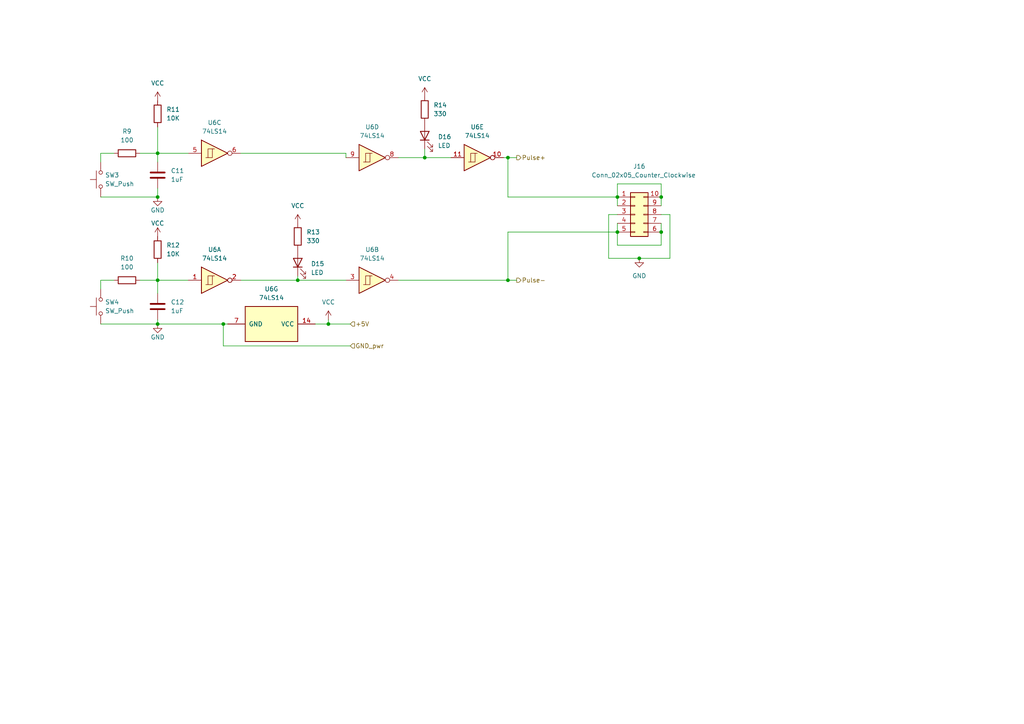
<source format=kicad_sch>
(kicad_sch (version 20211123) (generator eeschema)

  (uuid 50505726-f649-4df4-bacf-16b213891254)

  (paper "A4")

  (lib_symbols
    (symbol "74xx:74LS14" (pin_names (offset 1.016)) (in_bom yes) (on_board yes)
      (property "Reference" "U" (id 0) (at 0 1.27 0)
        (effects (font (size 1.27 1.27)))
      )
      (property "Value" "74LS14" (id 1) (at 0 -1.27 0)
        (effects (font (size 1.27 1.27)))
      )
      (property "Footprint" "" (id 2) (at 0 0 0)
        (effects (font (size 1.27 1.27)) hide)
      )
      (property "Datasheet" "http://www.ti.com/lit/gpn/sn74LS14" (id 3) (at 0 0 0)
        (effects (font (size 1.27 1.27)) hide)
      )
      (property "ki_locked" "" (id 4) (at 0 0 0)
        (effects (font (size 1.27 1.27)))
      )
      (property "ki_keywords" "TTL not inverter" (id 5) (at 0 0 0)
        (effects (font (size 1.27 1.27)) hide)
      )
      (property "ki_description" "Hex inverter schmitt trigger" (id 6) (at 0 0 0)
        (effects (font (size 1.27 1.27)) hide)
      )
      (property "ki_fp_filters" "DIP*W7.62mm*" (id 7) (at 0 0 0)
        (effects (font (size 1.27 1.27)) hide)
      )
      (symbol "74LS14_1_0"
        (polyline
          (pts
            (xy -3.81 3.81)
            (xy -3.81 -3.81)
            (xy 3.81 0)
            (xy -3.81 3.81)
          )
          (stroke (width 0.254) (type default) (color 0 0 0 0))
          (fill (type background))
        )
        (pin input line (at -7.62 0 0) (length 3.81)
          (name "~" (effects (font (size 1.27 1.27))))
          (number "1" (effects (font (size 1.27 1.27))))
        )
        (pin output inverted (at 7.62 0 180) (length 3.81)
          (name "~" (effects (font (size 1.27 1.27))))
          (number "2" (effects (font (size 1.27 1.27))))
        )
      )
      (symbol "74LS14_1_1"
        (polyline
          (pts
            (xy -1.905 -1.27)
            (xy -1.905 1.27)
            (xy -0.635 1.27)
          )
          (stroke (width 0) (type default) (color 0 0 0 0))
          (fill (type none))
        )
        (polyline
          (pts
            (xy -2.54 -1.27)
            (xy -0.635 -1.27)
            (xy -0.635 1.27)
            (xy 0 1.27)
          )
          (stroke (width 0) (type default) (color 0 0 0 0))
          (fill (type none))
        )
      )
      (symbol "74LS14_2_0"
        (polyline
          (pts
            (xy -3.81 3.81)
            (xy -3.81 -3.81)
            (xy 3.81 0)
            (xy -3.81 3.81)
          )
          (stroke (width 0.254) (type default) (color 0 0 0 0))
          (fill (type background))
        )
        (pin input line (at -7.62 0 0) (length 3.81)
          (name "~" (effects (font (size 1.27 1.27))))
          (number "3" (effects (font (size 1.27 1.27))))
        )
        (pin output inverted (at 7.62 0 180) (length 3.81)
          (name "~" (effects (font (size 1.27 1.27))))
          (number "4" (effects (font (size 1.27 1.27))))
        )
      )
      (symbol "74LS14_2_1"
        (polyline
          (pts
            (xy -1.905 -1.27)
            (xy -1.905 1.27)
            (xy -0.635 1.27)
          )
          (stroke (width 0) (type default) (color 0 0 0 0))
          (fill (type none))
        )
        (polyline
          (pts
            (xy -2.54 -1.27)
            (xy -0.635 -1.27)
            (xy -0.635 1.27)
            (xy 0 1.27)
          )
          (stroke (width 0) (type default) (color 0 0 0 0))
          (fill (type none))
        )
      )
      (symbol "74LS14_3_0"
        (polyline
          (pts
            (xy -3.81 3.81)
            (xy -3.81 -3.81)
            (xy 3.81 0)
            (xy -3.81 3.81)
          )
          (stroke (width 0.254) (type default) (color 0 0 0 0))
          (fill (type background))
        )
        (pin input line (at -7.62 0 0) (length 3.81)
          (name "~" (effects (font (size 1.27 1.27))))
          (number "5" (effects (font (size 1.27 1.27))))
        )
        (pin output inverted (at 7.62 0 180) (length 3.81)
          (name "~" (effects (font (size 1.27 1.27))))
          (number "6" (effects (font (size 1.27 1.27))))
        )
      )
      (symbol "74LS14_3_1"
        (polyline
          (pts
            (xy -1.905 -1.27)
            (xy -1.905 1.27)
            (xy -0.635 1.27)
          )
          (stroke (width 0) (type default) (color 0 0 0 0))
          (fill (type none))
        )
        (polyline
          (pts
            (xy -2.54 -1.27)
            (xy -0.635 -1.27)
            (xy -0.635 1.27)
            (xy 0 1.27)
          )
          (stroke (width 0) (type default) (color 0 0 0 0))
          (fill (type none))
        )
      )
      (symbol "74LS14_4_0"
        (polyline
          (pts
            (xy -3.81 3.81)
            (xy -3.81 -3.81)
            (xy 3.81 0)
            (xy -3.81 3.81)
          )
          (stroke (width 0.254) (type default) (color 0 0 0 0))
          (fill (type background))
        )
        (pin output inverted (at 7.62 0 180) (length 3.81)
          (name "~" (effects (font (size 1.27 1.27))))
          (number "8" (effects (font (size 1.27 1.27))))
        )
        (pin input line (at -7.62 0 0) (length 3.81)
          (name "~" (effects (font (size 1.27 1.27))))
          (number "9" (effects (font (size 1.27 1.27))))
        )
      )
      (symbol "74LS14_4_1"
        (polyline
          (pts
            (xy -1.905 -1.27)
            (xy -1.905 1.27)
            (xy -0.635 1.27)
          )
          (stroke (width 0) (type default) (color 0 0 0 0))
          (fill (type none))
        )
        (polyline
          (pts
            (xy -2.54 -1.27)
            (xy -0.635 -1.27)
            (xy -0.635 1.27)
            (xy 0 1.27)
          )
          (stroke (width 0) (type default) (color 0 0 0 0))
          (fill (type none))
        )
      )
      (symbol "74LS14_5_0"
        (polyline
          (pts
            (xy -3.81 3.81)
            (xy -3.81 -3.81)
            (xy 3.81 0)
            (xy -3.81 3.81)
          )
          (stroke (width 0.254) (type default) (color 0 0 0 0))
          (fill (type background))
        )
        (pin output inverted (at 7.62 0 180) (length 3.81)
          (name "~" (effects (font (size 1.27 1.27))))
          (number "10" (effects (font (size 1.27 1.27))))
        )
        (pin input line (at -7.62 0 0) (length 3.81)
          (name "~" (effects (font (size 1.27 1.27))))
          (number "11" (effects (font (size 1.27 1.27))))
        )
      )
      (symbol "74LS14_5_1"
        (polyline
          (pts
            (xy -1.905 -1.27)
            (xy -1.905 1.27)
            (xy -0.635 1.27)
          )
          (stroke (width 0) (type default) (color 0 0 0 0))
          (fill (type none))
        )
        (polyline
          (pts
            (xy -2.54 -1.27)
            (xy -0.635 -1.27)
            (xy -0.635 1.27)
            (xy 0 1.27)
          )
          (stroke (width 0) (type default) (color 0 0 0 0))
          (fill (type none))
        )
      )
      (symbol "74LS14_6_0"
        (polyline
          (pts
            (xy -3.81 3.81)
            (xy -3.81 -3.81)
            (xy 3.81 0)
            (xy -3.81 3.81)
          )
          (stroke (width 0.254) (type default) (color 0 0 0 0))
          (fill (type background))
        )
        (pin output inverted (at 7.62 0 180) (length 3.81)
          (name "~" (effects (font (size 1.27 1.27))))
          (number "12" (effects (font (size 1.27 1.27))))
        )
        (pin input line (at -7.62 0 0) (length 3.81)
          (name "~" (effects (font (size 1.27 1.27))))
          (number "13" (effects (font (size 1.27 1.27))))
        )
      )
      (symbol "74LS14_6_1"
        (polyline
          (pts
            (xy -1.905 -1.27)
            (xy -1.905 1.27)
            (xy -0.635 1.27)
          )
          (stroke (width 0) (type default) (color 0 0 0 0))
          (fill (type none))
        )
        (polyline
          (pts
            (xy -2.54 -1.27)
            (xy -0.635 -1.27)
            (xy -0.635 1.27)
            (xy 0 1.27)
          )
          (stroke (width 0) (type default) (color 0 0 0 0))
          (fill (type none))
        )
      )
      (symbol "74LS14_7_0"
        (pin power_in line (at 0 12.7 270) (length 5.08)
          (name "VCC" (effects (font (size 1.27 1.27))))
          (number "14" (effects (font (size 1.27 1.27))))
        )
        (pin power_in line (at 0 -12.7 90) (length 5.08)
          (name "GND" (effects (font (size 1.27 1.27))))
          (number "7" (effects (font (size 1.27 1.27))))
        )
      )
      (symbol "74LS14_7_1"
        (rectangle (start -5.08 7.62) (end 5.08 -7.62)
          (stroke (width 0.254) (type default) (color 0 0 0 0))
          (fill (type background))
        )
      )
    )
    (symbol "Connector_Generic:Conn_02x05_Counter_Clockwise" (pin_names (offset 1.016) hide) (in_bom yes) (on_board yes)
      (property "Reference" "J" (id 0) (at 1.27 7.62 0)
        (effects (font (size 1.27 1.27)))
      )
      (property "Value" "Conn_02x05_Counter_Clockwise" (id 1) (at 1.27 -7.62 0)
        (effects (font (size 1.27 1.27)))
      )
      (property "Footprint" "" (id 2) (at 0 0 0)
        (effects (font (size 1.27 1.27)) hide)
      )
      (property "Datasheet" "~" (id 3) (at 0 0 0)
        (effects (font (size 1.27 1.27)) hide)
      )
      (property "ki_keywords" "connector" (id 4) (at 0 0 0)
        (effects (font (size 1.27 1.27)) hide)
      )
      (property "ki_description" "Generic connector, double row, 02x05, counter clockwise pin numbering scheme (similar to DIP package numbering), script generated (kicad-library-utils/schlib/autogen/connector/)" (id 5) (at 0 0 0)
        (effects (font (size 1.27 1.27)) hide)
      )
      (property "ki_fp_filters" "Connector*:*_2x??_*" (id 6) (at 0 0 0)
        (effects (font (size 1.27 1.27)) hide)
      )
      (symbol "Conn_02x05_Counter_Clockwise_1_1"
        (rectangle (start -1.27 -4.953) (end 0 -5.207)
          (stroke (width 0.1524) (type default) (color 0 0 0 0))
          (fill (type none))
        )
        (rectangle (start -1.27 -2.413) (end 0 -2.667)
          (stroke (width 0.1524) (type default) (color 0 0 0 0))
          (fill (type none))
        )
        (rectangle (start -1.27 0.127) (end 0 -0.127)
          (stroke (width 0.1524) (type default) (color 0 0 0 0))
          (fill (type none))
        )
        (rectangle (start -1.27 2.667) (end 0 2.413)
          (stroke (width 0.1524) (type default) (color 0 0 0 0))
          (fill (type none))
        )
        (rectangle (start -1.27 5.207) (end 0 4.953)
          (stroke (width 0.1524) (type default) (color 0 0 0 0))
          (fill (type none))
        )
        (rectangle (start -1.27 6.35) (end 3.81 -6.35)
          (stroke (width 0.254) (type default) (color 0 0 0 0))
          (fill (type background))
        )
        (rectangle (start 3.81 -4.953) (end 2.54 -5.207)
          (stroke (width 0.1524) (type default) (color 0 0 0 0))
          (fill (type none))
        )
        (rectangle (start 3.81 -2.413) (end 2.54 -2.667)
          (stroke (width 0.1524) (type default) (color 0 0 0 0))
          (fill (type none))
        )
        (rectangle (start 3.81 0.127) (end 2.54 -0.127)
          (stroke (width 0.1524) (type default) (color 0 0 0 0))
          (fill (type none))
        )
        (rectangle (start 3.81 2.667) (end 2.54 2.413)
          (stroke (width 0.1524) (type default) (color 0 0 0 0))
          (fill (type none))
        )
        (rectangle (start 3.81 5.207) (end 2.54 4.953)
          (stroke (width 0.1524) (type default) (color 0 0 0 0))
          (fill (type none))
        )
        (pin passive line (at -5.08 5.08 0) (length 3.81)
          (name "Pin_1" (effects (font (size 1.27 1.27))))
          (number "1" (effects (font (size 1.27 1.27))))
        )
        (pin passive line (at 7.62 5.08 180) (length 3.81)
          (name "Pin_10" (effects (font (size 1.27 1.27))))
          (number "10" (effects (font (size 1.27 1.27))))
        )
        (pin passive line (at -5.08 2.54 0) (length 3.81)
          (name "Pin_2" (effects (font (size 1.27 1.27))))
          (number "2" (effects (font (size 1.27 1.27))))
        )
        (pin passive line (at -5.08 0 0) (length 3.81)
          (name "Pin_3" (effects (font (size 1.27 1.27))))
          (number "3" (effects (font (size 1.27 1.27))))
        )
        (pin passive line (at -5.08 -2.54 0) (length 3.81)
          (name "Pin_4" (effects (font (size 1.27 1.27))))
          (number "4" (effects (font (size 1.27 1.27))))
        )
        (pin passive line (at -5.08 -5.08 0) (length 3.81)
          (name "Pin_5" (effects (font (size 1.27 1.27))))
          (number "5" (effects (font (size 1.27 1.27))))
        )
        (pin passive line (at 7.62 -5.08 180) (length 3.81)
          (name "Pin_6" (effects (font (size 1.27 1.27))))
          (number "6" (effects (font (size 1.27 1.27))))
        )
        (pin passive line (at 7.62 -2.54 180) (length 3.81)
          (name "Pin_7" (effects (font (size 1.27 1.27))))
          (number "7" (effects (font (size 1.27 1.27))))
        )
        (pin passive line (at 7.62 0 180) (length 3.81)
          (name "Pin_8" (effects (font (size 1.27 1.27))))
          (number "8" (effects (font (size 1.27 1.27))))
        )
        (pin passive line (at 7.62 2.54 180) (length 3.81)
          (name "Pin_9" (effects (font (size 1.27 1.27))))
          (number "9" (effects (font (size 1.27 1.27))))
        )
      )
    )
    (symbol "Device:C" (pin_numbers hide) (pin_names (offset 0.254)) (in_bom yes) (on_board yes)
      (property "Reference" "C" (id 0) (at 0.635 2.54 0)
        (effects (font (size 1.27 1.27)) (justify left))
      )
      (property "Value" "C" (id 1) (at 0.635 -2.54 0)
        (effects (font (size 1.27 1.27)) (justify left))
      )
      (property "Footprint" "" (id 2) (at 0.9652 -3.81 0)
        (effects (font (size 1.27 1.27)) hide)
      )
      (property "Datasheet" "~" (id 3) (at 0 0 0)
        (effects (font (size 1.27 1.27)) hide)
      )
      (property "ki_keywords" "cap capacitor" (id 4) (at 0 0 0)
        (effects (font (size 1.27 1.27)) hide)
      )
      (property "ki_description" "Unpolarized capacitor" (id 5) (at 0 0 0)
        (effects (font (size 1.27 1.27)) hide)
      )
      (property "ki_fp_filters" "C_*" (id 6) (at 0 0 0)
        (effects (font (size 1.27 1.27)) hide)
      )
      (symbol "C_0_1"
        (polyline
          (pts
            (xy -2.032 -0.762)
            (xy 2.032 -0.762)
          )
          (stroke (width 0.508) (type default) (color 0 0 0 0))
          (fill (type none))
        )
        (polyline
          (pts
            (xy -2.032 0.762)
            (xy 2.032 0.762)
          )
          (stroke (width 0.508) (type default) (color 0 0 0 0))
          (fill (type none))
        )
      )
      (symbol "C_1_1"
        (pin passive line (at 0 3.81 270) (length 2.794)
          (name "~" (effects (font (size 1.27 1.27))))
          (number "1" (effects (font (size 1.27 1.27))))
        )
        (pin passive line (at 0 -3.81 90) (length 2.794)
          (name "~" (effects (font (size 1.27 1.27))))
          (number "2" (effects (font (size 1.27 1.27))))
        )
      )
    )
    (symbol "Device:LED" (pin_numbers hide) (pin_names (offset 1.016) hide) (in_bom yes) (on_board yes)
      (property "Reference" "D" (id 0) (at 0 2.54 0)
        (effects (font (size 1.27 1.27)))
      )
      (property "Value" "LED" (id 1) (at 0 -2.54 0)
        (effects (font (size 1.27 1.27)))
      )
      (property "Footprint" "" (id 2) (at 0 0 0)
        (effects (font (size 1.27 1.27)) hide)
      )
      (property "Datasheet" "~" (id 3) (at 0 0 0)
        (effects (font (size 1.27 1.27)) hide)
      )
      (property "ki_keywords" "LED diode" (id 4) (at 0 0 0)
        (effects (font (size 1.27 1.27)) hide)
      )
      (property "ki_description" "Light emitting diode" (id 5) (at 0 0 0)
        (effects (font (size 1.27 1.27)) hide)
      )
      (property "ki_fp_filters" "LED* LED_SMD:* LED_THT:*" (id 6) (at 0 0 0)
        (effects (font (size 1.27 1.27)) hide)
      )
      (symbol "LED_0_1"
        (polyline
          (pts
            (xy -1.27 -1.27)
            (xy -1.27 1.27)
          )
          (stroke (width 0.254) (type default) (color 0 0 0 0))
          (fill (type none))
        )
        (polyline
          (pts
            (xy -1.27 0)
            (xy 1.27 0)
          )
          (stroke (width 0) (type default) (color 0 0 0 0))
          (fill (type none))
        )
        (polyline
          (pts
            (xy 1.27 -1.27)
            (xy 1.27 1.27)
            (xy -1.27 0)
            (xy 1.27 -1.27)
          )
          (stroke (width 0.254) (type default) (color 0 0 0 0))
          (fill (type none))
        )
        (polyline
          (pts
            (xy -3.048 -0.762)
            (xy -4.572 -2.286)
            (xy -3.81 -2.286)
            (xy -4.572 -2.286)
            (xy -4.572 -1.524)
          )
          (stroke (width 0) (type default) (color 0 0 0 0))
          (fill (type none))
        )
        (polyline
          (pts
            (xy -1.778 -0.762)
            (xy -3.302 -2.286)
            (xy -2.54 -2.286)
            (xy -3.302 -2.286)
            (xy -3.302 -1.524)
          )
          (stroke (width 0) (type default) (color 0 0 0 0))
          (fill (type none))
        )
      )
      (symbol "LED_1_1"
        (pin passive line (at -3.81 0 0) (length 2.54)
          (name "K" (effects (font (size 1.27 1.27))))
          (number "1" (effects (font (size 1.27 1.27))))
        )
        (pin passive line (at 3.81 0 180) (length 2.54)
          (name "A" (effects (font (size 1.27 1.27))))
          (number "2" (effects (font (size 1.27 1.27))))
        )
      )
    )
    (symbol "Device:R" (pin_numbers hide) (pin_names (offset 0)) (in_bom yes) (on_board yes)
      (property "Reference" "R" (id 0) (at 2.032 0 90)
        (effects (font (size 1.27 1.27)))
      )
      (property "Value" "R" (id 1) (at 0 0 90)
        (effects (font (size 1.27 1.27)))
      )
      (property "Footprint" "" (id 2) (at -1.778 0 90)
        (effects (font (size 1.27 1.27)) hide)
      )
      (property "Datasheet" "~" (id 3) (at 0 0 0)
        (effects (font (size 1.27 1.27)) hide)
      )
      (property "ki_keywords" "R res resistor" (id 4) (at 0 0 0)
        (effects (font (size 1.27 1.27)) hide)
      )
      (property "ki_description" "Resistor" (id 5) (at 0 0 0)
        (effects (font (size 1.27 1.27)) hide)
      )
      (property "ki_fp_filters" "R_*" (id 6) (at 0 0 0)
        (effects (font (size 1.27 1.27)) hide)
      )
      (symbol "R_0_1"
        (rectangle (start -1.016 -2.54) (end 1.016 2.54)
          (stroke (width 0.254) (type default) (color 0 0 0 0))
          (fill (type none))
        )
      )
      (symbol "R_1_1"
        (pin passive line (at 0 3.81 270) (length 1.27)
          (name "~" (effects (font (size 1.27 1.27))))
          (number "1" (effects (font (size 1.27 1.27))))
        )
        (pin passive line (at 0 -3.81 90) (length 1.27)
          (name "~" (effects (font (size 1.27 1.27))))
          (number "2" (effects (font (size 1.27 1.27))))
        )
      )
    )
    (symbol "Switch:SW_Push" (pin_numbers hide) (pin_names (offset 1.016) hide) (in_bom yes) (on_board yes)
      (property "Reference" "SW" (id 0) (at 1.27 2.54 0)
        (effects (font (size 1.27 1.27)) (justify left))
      )
      (property "Value" "SW_Push" (id 1) (at 0 -1.524 0)
        (effects (font (size 1.27 1.27)))
      )
      (property "Footprint" "" (id 2) (at 0 5.08 0)
        (effects (font (size 1.27 1.27)) hide)
      )
      (property "Datasheet" "~" (id 3) (at 0 5.08 0)
        (effects (font (size 1.27 1.27)) hide)
      )
      (property "ki_keywords" "switch normally-open pushbutton push-button" (id 4) (at 0 0 0)
        (effects (font (size 1.27 1.27)) hide)
      )
      (property "ki_description" "Push button switch, generic, two pins" (id 5) (at 0 0 0)
        (effects (font (size 1.27 1.27)) hide)
      )
      (symbol "SW_Push_0_1"
        (circle (center -2.032 0) (radius 0.508)
          (stroke (width 0) (type default) (color 0 0 0 0))
          (fill (type none))
        )
        (polyline
          (pts
            (xy 0 1.27)
            (xy 0 3.048)
          )
          (stroke (width 0) (type default) (color 0 0 0 0))
          (fill (type none))
        )
        (polyline
          (pts
            (xy 2.54 1.27)
            (xy -2.54 1.27)
          )
          (stroke (width 0) (type default) (color 0 0 0 0))
          (fill (type none))
        )
        (circle (center 2.032 0) (radius 0.508)
          (stroke (width 0) (type default) (color 0 0 0 0))
          (fill (type none))
        )
        (pin passive line (at -5.08 0 0) (length 2.54)
          (name "1" (effects (font (size 1.27 1.27))))
          (number "1" (effects (font (size 1.27 1.27))))
        )
        (pin passive line (at 5.08 0 180) (length 2.54)
          (name "2" (effects (font (size 1.27 1.27))))
          (number "2" (effects (font (size 1.27 1.27))))
        )
      )
    )
    (symbol "power:GND" (power) (pin_names (offset 0)) (in_bom yes) (on_board yes)
      (property "Reference" "#PWR" (id 0) (at 0 -6.35 0)
        (effects (font (size 1.27 1.27)) hide)
      )
      (property "Value" "GND" (id 1) (at 0 -3.81 0)
        (effects (font (size 1.27 1.27)))
      )
      (property "Footprint" "" (id 2) (at 0 0 0)
        (effects (font (size 1.27 1.27)) hide)
      )
      (property "Datasheet" "" (id 3) (at 0 0 0)
        (effects (font (size 1.27 1.27)) hide)
      )
      (property "ki_keywords" "global power" (id 4) (at 0 0 0)
        (effects (font (size 1.27 1.27)) hide)
      )
      (property "ki_description" "Power symbol creates a global label with name \"GND\" , ground" (id 5) (at 0 0 0)
        (effects (font (size 1.27 1.27)) hide)
      )
      (symbol "GND_0_1"
        (polyline
          (pts
            (xy 0 0)
            (xy 0 -1.27)
            (xy 1.27 -1.27)
            (xy 0 -2.54)
            (xy -1.27 -1.27)
            (xy 0 -1.27)
          )
          (stroke (width 0) (type default) (color 0 0 0 0))
          (fill (type none))
        )
      )
      (symbol "GND_1_1"
        (pin power_in line (at 0 0 270) (length 0) hide
          (name "GND" (effects (font (size 1.27 1.27))))
          (number "1" (effects (font (size 1.27 1.27))))
        )
      )
    )
    (symbol "power:VCC" (power) (pin_names (offset 0)) (in_bom yes) (on_board yes)
      (property "Reference" "#PWR" (id 0) (at 0 -3.81 0)
        (effects (font (size 1.27 1.27)) hide)
      )
      (property "Value" "VCC" (id 1) (at 0 3.81 0)
        (effects (font (size 1.27 1.27)))
      )
      (property "Footprint" "" (id 2) (at 0 0 0)
        (effects (font (size 1.27 1.27)) hide)
      )
      (property "Datasheet" "" (id 3) (at 0 0 0)
        (effects (font (size 1.27 1.27)) hide)
      )
      (property "ki_keywords" "global power" (id 4) (at 0 0 0)
        (effects (font (size 1.27 1.27)) hide)
      )
      (property "ki_description" "Power symbol creates a global label with name \"VCC\"" (id 5) (at 0 0 0)
        (effects (font (size 1.27 1.27)) hide)
      )
      (symbol "VCC_0_1"
        (polyline
          (pts
            (xy -0.762 1.27)
            (xy 0 2.54)
          )
          (stroke (width 0) (type default) (color 0 0 0 0))
          (fill (type none))
        )
        (polyline
          (pts
            (xy 0 0)
            (xy 0 2.54)
          )
          (stroke (width 0) (type default) (color 0 0 0 0))
          (fill (type none))
        )
        (polyline
          (pts
            (xy 0 2.54)
            (xy 0.762 1.27)
          )
          (stroke (width 0) (type default) (color 0 0 0 0))
          (fill (type none))
        )
      )
      (symbol "VCC_1_1"
        (pin power_in line (at 0 0 90) (length 0) hide
          (name "VCC" (effects (font (size 1.27 1.27))))
          (number "1" (effects (font (size 1.27 1.27))))
        )
      )
    )
  )

  (junction (at 147.32 45.72) (diameter 0) (color 0 0 0 0)
    (uuid 081e30df-3178-4962-a030-5b44a8cdcf6c)
  )
  (junction (at 45.72 93.98) (diameter 0) (color 0 0 0 0)
    (uuid 14987fde-5f8f-49ed-8692-50933fc99eb4)
  )
  (junction (at 45.72 44.45) (diameter 0) (color 0 0 0 0)
    (uuid 1c3815be-c224-42f3-bcfa-83770ce48497)
  )
  (junction (at 86.36 81.28) (diameter 0) (color 0 0 0 0)
    (uuid 21d802b6-7321-4a00-adef-55900cd957ff)
  )
  (junction (at 123.19 45.72) (diameter 0) (color 0 0 0 0)
    (uuid 4fb159da-1852-4036-b094-30e2c9f3fd9a)
  )
  (junction (at 45.72 57.15) (diameter 0) (color 0 0 0 0)
    (uuid 5588ffbb-27d4-4a25-8c7f-79a9e0c81462)
  )
  (junction (at 45.72 81.28) (diameter 0) (color 0 0 0 0)
    (uuid 57537a45-c3ca-45c0-b5c5-3feee7bef947)
  )
  (junction (at 185.42 74.93) (diameter 0) (color 0 0 0 0)
    (uuid 6a65abac-6bc3-4035-9b1c-3e53d516af2a)
  )
  (junction (at 95.25 93.98) (diameter 0) (color 0 0 0 0)
    (uuid 6d9c588d-6692-4181-929a-c6ed3939271f)
  )
  (junction (at 179.07 67.31) (diameter 0) (color 0 0 0 0)
    (uuid 7a958d42-211e-4604-9191-ddcf918f30a3)
  )
  (junction (at 147.32 81.28) (diameter 0) (color 0 0 0 0)
    (uuid 811d14b3-5620-4e1a-b21f-dfea587c9360)
  )
  (junction (at 64.77 93.98) (diameter 0) (color 0 0 0 0)
    (uuid a6202855-d6aa-4d32-9c40-f4e2b6f6595a)
  )
  (junction (at 179.07 57.15) (diameter 0) (color 0 0 0 0)
    (uuid cdfcb3ca-b1d9-49d9-bd45-c715b4f90a66)
  )
  (junction (at 191.77 57.15) (diameter 0) (color 0 0 0 0)
    (uuid d1825852-56fb-408d-a747-8da6d1c648e4)
  )
  (junction (at 191.77 67.31) (diameter 0) (color 0 0 0 0)
    (uuid e639b8bb-eea0-4e69-842f-56f25081f770)
  )

  (wire (pts (xy 29.21 93.98) (xy 45.72 93.98))
    (stroke (width 0) (type default) (color 0 0 0 0))
    (uuid 02c99bfe-d48e-4afb-b6d3-3b8ade3003cd)
  )
  (wire (pts (xy 115.57 81.28) (xy 147.32 81.28))
    (stroke (width 0) (type default) (color 0 0 0 0))
    (uuid 048427c2-74cd-4a35-ba1e-5f7dac51a7e9)
  )
  (wire (pts (xy 179.07 53.34) (xy 179.07 57.15))
    (stroke (width 0) (type default) (color 0 0 0 0))
    (uuid 064b12d6-089c-42ce-8c0b-d9a970cb76e9)
  )
  (wire (pts (xy 33.02 81.28) (xy 29.21 81.28))
    (stroke (width 0) (type default) (color 0 0 0 0))
    (uuid 09458288-d71b-433d-b8bb-c46de551d4c6)
  )
  (wire (pts (xy 95.25 92.71) (xy 95.25 93.98))
    (stroke (width 0) (type default) (color 0 0 0 0))
    (uuid 0b59d68f-0c21-4d77-a5f5-8eed30cc4194)
  )
  (wire (pts (xy 45.72 44.45) (xy 45.72 46.99))
    (stroke (width 0) (type default) (color 0 0 0 0))
    (uuid 0f0b4fe2-157b-4f24-b458-36731c043758)
  )
  (wire (pts (xy 191.77 67.31) (xy 191.77 71.12))
    (stroke (width 0) (type default) (color 0 0 0 0))
    (uuid 23bdbe38-2b71-4507-8075-6abd25e7d7a0)
  )
  (wire (pts (xy 123.19 45.72) (xy 130.81 45.72))
    (stroke (width 0) (type default) (color 0 0 0 0))
    (uuid 25bfab02-4af8-4ead-ac6b-0ab6aeb9b0ce)
  )
  (wire (pts (xy 147.32 67.31) (xy 147.32 81.28))
    (stroke (width 0) (type default) (color 0 0 0 0))
    (uuid 388b5986-7a6c-40e2-9c1a-57eb2e11b01a)
  )
  (wire (pts (xy 115.57 45.72) (xy 123.19 45.72))
    (stroke (width 0) (type default) (color 0 0 0 0))
    (uuid 38d4ae1f-b04a-48d2-9b0c-87037c918e52)
  )
  (wire (pts (xy 45.72 44.45) (xy 54.61 44.45))
    (stroke (width 0) (type default) (color 0 0 0 0))
    (uuid 3a47e6d1-a3ae-4c41-b2cd-a5ffd40ab631)
  )
  (wire (pts (xy 29.21 81.28) (xy 29.21 83.82))
    (stroke (width 0) (type default) (color 0 0 0 0))
    (uuid 3ba5b427-d791-4f4b-be1d-1a483c939cac)
  )
  (wire (pts (xy 45.72 93.98) (xy 64.77 93.98))
    (stroke (width 0) (type default) (color 0 0 0 0))
    (uuid 3e892164-a30d-490f-931b-7a9ab9f79212)
  )
  (wire (pts (xy 69.85 81.28) (xy 86.36 81.28))
    (stroke (width 0) (type default) (color 0 0 0 0))
    (uuid 44a734dc-cde3-4645-892d-b67cedcfe5c6)
  )
  (wire (pts (xy 179.07 57.15) (xy 179.07 59.69))
    (stroke (width 0) (type default) (color 0 0 0 0))
    (uuid 45a1bf17-316d-409b-acb9-0dbdaf5a2655)
  )
  (wire (pts (xy 191.77 64.77) (xy 191.77 67.31))
    (stroke (width 0) (type default) (color 0 0 0 0))
    (uuid 607ec07d-82fa-464a-a911-a577a8c633cf)
  )
  (wire (pts (xy 29.21 46.99) (xy 29.21 44.45))
    (stroke (width 0) (type default) (color 0 0 0 0))
    (uuid 608f93cc-a60c-478c-b5ff-434426ddaebb)
  )
  (wire (pts (xy 123.19 43.18) (xy 123.19 45.72))
    (stroke (width 0) (type default) (color 0 0 0 0))
    (uuid 617eac5d-14f0-468a-8d52-a35a34f1171c)
  )
  (wire (pts (xy 194.31 62.23) (xy 194.31 74.93))
    (stroke (width 0) (type default) (color 0 0 0 0))
    (uuid 6ab9696b-6efe-4a9b-abda-2ab2eba2f678)
  )
  (wire (pts (xy 95.25 93.98) (xy 91.44 93.98))
    (stroke (width 0) (type default) (color 0 0 0 0))
    (uuid 6ed2fdbd-abe9-4eab-b190-d8f4f7c38c74)
  )
  (wire (pts (xy 176.53 74.93) (xy 176.53 62.23))
    (stroke (width 0) (type default) (color 0 0 0 0))
    (uuid 733e7b7c-1339-4354-8a51-3b9496929820)
  )
  (wire (pts (xy 40.64 81.28) (xy 45.72 81.28))
    (stroke (width 0) (type default) (color 0 0 0 0))
    (uuid 7c6fc0e5-aa00-4e99-9cf6-4a2b851d48ee)
  )
  (wire (pts (xy 147.32 81.28) (xy 149.86 81.28))
    (stroke (width 0) (type default) (color 0 0 0 0))
    (uuid 7d4a9fbc-91a0-4e0e-84bc-aab817b6b7e7)
  )
  (wire (pts (xy 147.32 67.31) (xy 179.07 67.31))
    (stroke (width 0) (type default) (color 0 0 0 0))
    (uuid 7f92b86d-1413-46df-885a-e70dcd8d47cf)
  )
  (wire (pts (xy 69.85 44.45) (xy 100.33 44.45))
    (stroke (width 0) (type default) (color 0 0 0 0))
    (uuid 8557d076-fd4e-479e-9b27-d30248e1e7c2)
  )
  (wire (pts (xy 191.77 62.23) (xy 194.31 62.23))
    (stroke (width 0) (type default) (color 0 0 0 0))
    (uuid 87110071-ff8d-4a4b-8624-65d7eeefb979)
  )
  (wire (pts (xy 179.07 64.77) (xy 179.07 67.31))
    (stroke (width 0) (type default) (color 0 0 0 0))
    (uuid 87d3d1b7-2696-42d5-b45e-e72b7d109992)
  )
  (wire (pts (xy 146.05 45.72) (xy 147.32 45.72))
    (stroke (width 0) (type default) (color 0 0 0 0))
    (uuid 8d6573ad-757e-4c81-a01b-287912079269)
  )
  (wire (pts (xy 45.72 36.83) (xy 45.72 44.45))
    (stroke (width 0) (type default) (color 0 0 0 0))
    (uuid 941b7b7a-b516-4113-88bc-a428d58faf7b)
  )
  (wire (pts (xy 86.36 81.28) (xy 100.33 81.28))
    (stroke (width 0) (type default) (color 0 0 0 0))
    (uuid 95a81555-25eb-4ca4-9fe8-fe1fcdd9f3b9)
  )
  (wire (pts (xy 147.32 45.72) (xy 147.32 57.15))
    (stroke (width 0) (type default) (color 0 0 0 0))
    (uuid 9e4b0ad9-ba20-4bd3-b2b9-08f3d15ad86c)
  )
  (wire (pts (xy 45.72 81.28) (xy 54.61 81.28))
    (stroke (width 0) (type default) (color 0 0 0 0))
    (uuid 9f600055-8500-4586-97ed-3613b07f014d)
  )
  (wire (pts (xy 179.07 71.12) (xy 179.07 67.31))
    (stroke (width 0) (type default) (color 0 0 0 0))
    (uuid a78e68c3-f79f-44b2-9f79-0a8c6347a1d0)
  )
  (wire (pts (xy 45.72 81.28) (xy 45.72 85.09))
    (stroke (width 0) (type default) (color 0 0 0 0))
    (uuid ae272b7c-d5ea-46d7-9045-e0ba58fe079d)
  )
  (wire (pts (xy 29.21 44.45) (xy 33.02 44.45))
    (stroke (width 0) (type default) (color 0 0 0 0))
    (uuid af7d83ef-8617-400b-9045-9d059b66d8f8)
  )
  (wire (pts (xy 64.77 93.98) (xy 64.77 100.33))
    (stroke (width 0) (type default) (color 0 0 0 0))
    (uuid afcdaa79-763c-444b-82a0-62e2d3e37a8a)
  )
  (wire (pts (xy 147.32 57.15) (xy 179.07 57.15))
    (stroke (width 0) (type default) (color 0 0 0 0))
    (uuid b298bfb6-8cc5-4964-bbd5-bf705a3b556b)
  )
  (wire (pts (xy 194.31 74.93) (xy 185.42 74.93))
    (stroke (width 0) (type default) (color 0 0 0 0))
    (uuid b364206b-2879-4b60-ab3c-5daad7b30a40)
  )
  (wire (pts (xy 191.77 53.34) (xy 179.07 53.34))
    (stroke (width 0) (type default) (color 0 0 0 0))
    (uuid b661a29f-84ff-4f6a-b22c-4a71d06adbce)
  )
  (wire (pts (xy 95.25 93.98) (xy 101.6 93.98))
    (stroke (width 0) (type default) (color 0 0 0 0))
    (uuid c6ed8f77-7606-4c0e-a6aa-644d15ac25de)
  )
  (wire (pts (xy 64.77 93.98) (xy 66.04 93.98))
    (stroke (width 0) (type default) (color 0 0 0 0))
    (uuid c991c64f-9324-44d1-9f4d-565fb9d8ad6b)
  )
  (wire (pts (xy 100.33 44.45) (xy 100.33 45.72))
    (stroke (width 0) (type default) (color 0 0 0 0))
    (uuid d6cab10a-12d8-47c1-97b5-783cfcc0e24c)
  )
  (wire (pts (xy 40.64 44.45) (xy 45.72 44.45))
    (stroke (width 0) (type default) (color 0 0 0 0))
    (uuid d8eb7d6d-bbef-4598-ab1c-ad236d6bbbcd)
  )
  (wire (pts (xy 147.32 45.72) (xy 149.86 45.72))
    (stroke (width 0) (type default) (color 0 0 0 0))
    (uuid db075974-1e90-4878-97cf-c6b0bbe730db)
  )
  (wire (pts (xy 29.21 57.15) (xy 45.72 57.15))
    (stroke (width 0) (type default) (color 0 0 0 0))
    (uuid e6180a74-a847-4388-b719-19280d196396)
  )
  (wire (pts (xy 45.72 93.98) (xy 45.72 92.71))
    (stroke (width 0) (type default) (color 0 0 0 0))
    (uuid e80bdc9b-b0cc-42f1-be23-2790e2271962)
  )
  (wire (pts (xy 185.42 74.93) (xy 176.53 74.93))
    (stroke (width 0) (type default) (color 0 0 0 0))
    (uuid edefc2ca-2a85-4a82-9e81-56c63ddb67b2)
  )
  (wire (pts (xy 45.72 76.2) (xy 45.72 81.28))
    (stroke (width 0) (type default) (color 0 0 0 0))
    (uuid f007467b-775c-4be8-8013-d4f37cc6223e)
  )
  (wire (pts (xy 86.36 80.01) (xy 86.36 81.28))
    (stroke (width 0) (type default) (color 0 0 0 0))
    (uuid f2b155ad-7f46-44f6-a5b6-c2506b6879cb)
  )
  (wire (pts (xy 176.53 62.23) (xy 179.07 62.23))
    (stroke (width 0) (type default) (color 0 0 0 0))
    (uuid f6753ba4-eaa9-4ee5-a4a1-743c66b3732f)
  )
  (wire (pts (xy 191.77 59.69) (xy 191.77 57.15))
    (stroke (width 0) (type default) (color 0 0 0 0))
    (uuid fa9e29f2-b242-423a-b68f-75e3f19fab7a)
  )
  (wire (pts (xy 45.72 57.15) (xy 45.72 54.61))
    (stroke (width 0) (type default) (color 0 0 0 0))
    (uuid fd77a62f-0066-455a-8dfa-f20af9d920c2)
  )
  (wire (pts (xy 191.77 71.12) (xy 179.07 71.12))
    (stroke (width 0) (type default) (color 0 0 0 0))
    (uuid fdb769d7-e106-4f39-946b-01483991d99d)
  )
  (wire (pts (xy 101.6 100.33) (xy 64.77 100.33))
    (stroke (width 0) (type default) (color 0 0 0 0))
    (uuid ffdd2737-b9d9-4c47-92eb-8af9b74688bb)
  )
  (wire (pts (xy 191.77 57.15) (xy 191.77 53.34))
    (stroke (width 0) (type default) (color 0 0 0 0))
    (uuid ffdd9496-d03d-4500-83a1-bd2336e03502)
  )

  (hierarchical_label "Pulse+" (shape output) (at 149.86 45.72 0)
    (effects (font (size 1.27 1.27)) (justify left))
    (uuid 010c0410-202e-465f-937b-b1d01bda2b26)
  )
  (hierarchical_label "Pulse-" (shape output) (at 149.86 81.28 0)
    (effects (font (size 1.27 1.27)) (justify left))
    (uuid 162d7952-f5e8-4c57-b70f-54a6c57dd7c0)
  )
  (hierarchical_label "+5V" (shape input) (at 101.6 93.98 0)
    (effects (font (size 1.27 1.27)) (justify left))
    (uuid 792d17aa-8e18-431f-8d87-95b38df52ad7)
  )
  (hierarchical_label "GND_pwr" (shape input) (at 101.6 100.33 0)
    (effects (font (size 1.27 1.27)) (justify left))
    (uuid 8ce325ac-fbbf-4521-bbba-aec085ad11ce)
  )

  (symbol (lib_id "74xx:74LS14") (at 107.95 45.72 0) (unit 4)
    (in_bom yes) (on_board yes) (fields_autoplaced)
    (uuid 0e20dc87-6712-4edf-a021-23581b2061ae)
    (property "Reference" "U6" (id 0) (at 107.95 36.83 0))
    (property "Value" "74LS14" (id 1) (at 107.95 39.37 0))
    (property "Footprint" "" (id 2) (at 107.95 45.72 0)
      (effects (font (size 1.27 1.27)) hide)
    )
    (property "Datasheet" "http://www.ti.com/lit/gpn/sn74LS14" (id 3) (at 107.95 45.72 0)
      (effects (font (size 1.27 1.27)) hide)
    )
    (pin "1" (uuid 8f114a58-4d75-4537-82e6-6ee73fdc31dc))
    (pin "2" (uuid eb204bc8-267f-4cdd-b586-b6d92b3a537b))
    (pin "3" (uuid 4fd93ac2-e481-40ed-9e20-84090b9628a4))
    (pin "4" (uuid e4ab5402-00ea-453a-97d2-7d9f7d27aef6))
    (pin "5" (uuid 021baa5d-f759-49dc-8346-5d29937f0200))
    (pin "6" (uuid a965ddd0-8941-4ca6-ac5d-aba803c15dc4))
    (pin "8" (uuid 71c7ae14-6be5-4652-821e-8f9fe127d8fc))
    (pin "9" (uuid 95311fc7-c45d-4564-a341-91b53db9c14c))
    (pin "10" (uuid a498bd7e-c240-4edf-8640-a099ca1d436b))
    (pin "11" (uuid 11268cb8-5b2c-47be-b966-a4b72a5a9628))
    (pin "12" (uuid 010d4a08-b1a7-4252-bb28-20bd67ae4b07))
    (pin "13" (uuid 57bbea5b-50e9-40e9-a9e7-9cecb99d0fb2))
    (pin "14" (uuid e2c0bc45-f811-4cfb-b2c0-210bd014a30e))
    (pin "7" (uuid fc8da801-e8b8-46d4-aada-d349d1e91883))
  )

  (symbol (lib_id "Device:R") (at 86.36 68.58 0) (unit 1)
    (in_bom yes) (on_board yes) (fields_autoplaced)
    (uuid 107ef7b7-a79b-4c13-be75-780e029df841)
    (property "Reference" "R13" (id 0) (at 88.9 67.3099 0)
      (effects (font (size 1.27 1.27)) (justify left))
    )
    (property "Value" "330" (id 1) (at 88.9 69.8499 0)
      (effects (font (size 1.27 1.27)) (justify left))
    )
    (property "Footprint" "" (id 2) (at 84.582 68.58 90)
      (effects (font (size 1.27 1.27)) hide)
    )
    (property "Datasheet" "~" (id 3) (at 86.36 68.58 0)
      (effects (font (size 1.27 1.27)) hide)
    )
    (pin "1" (uuid f3411dd0-b33a-4cc0-9eca-cc457c3f26b8))
    (pin "2" (uuid dc2a2f60-b514-42a4-907d-ae061d341588))
  )

  (symbol (lib_id "74xx:74LS14") (at 62.23 81.28 0) (unit 1)
    (in_bom yes) (on_board yes) (fields_autoplaced)
    (uuid 145928de-b0a5-43cf-80a8-6fbc382cd3e8)
    (property "Reference" "U6" (id 0) (at 62.23 72.39 0))
    (property "Value" "74LS14" (id 1) (at 62.23 74.93 0))
    (property "Footprint" "" (id 2) (at 62.23 81.28 0)
      (effects (font (size 1.27 1.27)) hide)
    )
    (property "Datasheet" "http://www.ti.com/lit/gpn/sn74LS14" (id 3) (at 62.23 81.28 0)
      (effects (font (size 1.27 1.27)) hide)
    )
    (pin "1" (uuid 8e661d89-6291-478f-8b42-4457b4080a2a))
    (pin "2" (uuid 41561686-da62-4de5-aee0-bff98f2970fb))
    (pin "3" (uuid 469fe045-7495-4965-89c7-45060ab684a5))
    (pin "4" (uuid 021d7c43-e625-43d2-a220-1f89b66f55c3))
    (pin "5" (uuid 0bea3278-fcb5-4248-b1c1-085ec3f372f8))
    (pin "6" (uuid 54940beb-9059-42a8-be0e-e1e80a3c3bbb))
    (pin "8" (uuid c56f4f95-de3b-4e52-9061-83381dabd3dd))
    (pin "9" (uuid b1e82471-7f0f-4d98-9403-fff5e151a1b5))
    (pin "10" (uuid ea81a69b-e138-42c3-bbfd-8de300daf7f8))
    (pin "11" (uuid 2b0a7d75-c58a-49f7-91a2-0b8d3448c36f))
    (pin "12" (uuid f98b511e-0910-4d3a-9a25-07dea303f5fc))
    (pin "13" (uuid 1670dc0e-e040-4a72-b545-dc8739128889))
    (pin "14" (uuid 394a4d28-bf98-47f7-a943-dbece242582d))
    (pin "7" (uuid a56a2a8b-7fd1-4e1a-b6e9-346e98d236f9))
  )

  (symbol (lib_id "Device:R") (at 45.72 33.02 0) (unit 1)
    (in_bom yes) (on_board yes) (fields_autoplaced)
    (uuid 33d7e5de-77aa-47b3-bf43-67f36ab180cf)
    (property "Reference" "R11" (id 0) (at 48.26 31.7499 0)
      (effects (font (size 1.27 1.27)) (justify left))
    )
    (property "Value" "10K" (id 1) (at 48.26 34.2899 0)
      (effects (font (size 1.27 1.27)) (justify left))
    )
    (property "Footprint" "" (id 2) (at 43.942 33.02 90)
      (effects (font (size 1.27 1.27)) hide)
    )
    (property "Datasheet" "~" (id 3) (at 45.72 33.02 0)
      (effects (font (size 1.27 1.27)) hide)
    )
    (pin "1" (uuid 233d9fac-3259-4a01-8dce-fe8ab347a38c))
    (pin "2" (uuid 6c26b66c-3468-4b72-8fb5-a44da1090839))
  )

  (symbol (lib_id "74xx:74LS14") (at 78.74 93.98 270) (unit 7)
    (in_bom yes) (on_board yes) (fields_autoplaced)
    (uuid 3873d489-1d6c-48e3-8228-b29981e30168)
    (property "Reference" "U6" (id 0) (at 78.74 83.82 90))
    (property "Value" "74LS14" (id 1) (at 78.74 86.36 90))
    (property "Footprint" "" (id 2) (at 78.74 93.98 0)
      (effects (font (size 1.27 1.27)) hide)
    )
    (property "Datasheet" "http://www.ti.com/lit/gpn/sn74LS14" (id 3) (at 78.74 93.98 0)
      (effects (font (size 1.27 1.27)) hide)
    )
    (pin "1" (uuid a6f27aba-19b2-472b-a451-50101583ed8d))
    (pin "2" (uuid fbdaac5c-bddd-4be8-b736-db1c15a43699))
    (pin "3" (uuid 7fe19485-95fb-471e-9629-81f278595aa8))
    (pin "4" (uuid a58a8cf9-28db-48af-a436-1c10f29333af))
    (pin "5" (uuid 8481ec83-859b-47be-a71d-a0bb69489656))
    (pin "6" (uuid 91dfa1ae-ba7a-4e38-b38a-132d903e5800))
    (pin "8" (uuid 0788b66d-75db-43d3-b00c-540a5c57b645))
    (pin "9" (uuid 4ebd78d2-714d-4f96-84f3-394331a734d5))
    (pin "10" (uuid 84debbcc-2399-4a79-9def-5f142811e88f))
    (pin "11" (uuid 29599145-9cc9-4098-ae96-9a9c6de14900))
    (pin "12" (uuid cbd980c1-dce9-4937-b176-3e4ddd8cb57a))
    (pin "13" (uuid aacf5dfa-a38a-4849-8078-73a809e670a9))
    (pin "14" (uuid 4dab9d57-edf4-4b54-9066-300d753890ff))
    (pin "7" (uuid 1fab1a37-78e0-4a0e-895c-68001dca7166))
  )

  (symbol (lib_id "Device:LED") (at 123.19 39.37 90) (unit 1)
    (in_bom yes) (on_board yes) (fields_autoplaced)
    (uuid 4e128662-a4cf-42d8-b7e9-8eed51bc5e70)
    (property "Reference" "D16" (id 0) (at 127 39.6874 90)
      (effects (font (size 1.27 1.27)) (justify right))
    )
    (property "Value" "LED" (id 1) (at 127 42.2274 90)
      (effects (font (size 1.27 1.27)) (justify right))
    )
    (property "Footprint" "" (id 2) (at 123.19 39.37 0)
      (effects (font (size 1.27 1.27)) hide)
    )
    (property "Datasheet" "~" (id 3) (at 123.19 39.37 0)
      (effects (font (size 1.27 1.27)) hide)
    )
    (pin "1" (uuid c949845b-8851-4143-a2d7-17a02236003d))
    (pin "2" (uuid 5340ff43-2730-42cc-9c29-0605db771d3e))
  )

  (symbol (lib_id "power:VCC") (at 86.36 64.77 0) (unit 1)
    (in_bom yes) (on_board yes) (fields_autoplaced)
    (uuid 574d24f4-baed-4542-b5ed-8f516a6d6508)
    (property "Reference" "#PWR022" (id 0) (at 86.36 68.58 0)
      (effects (font (size 1.27 1.27)) hide)
    )
    (property "Value" "VCC" (id 1) (at 86.36 59.69 0))
    (property "Footprint" "" (id 2) (at 86.36 64.77 0)
      (effects (font (size 1.27 1.27)) hide)
    )
    (property "Datasheet" "" (id 3) (at 86.36 64.77 0)
      (effects (font (size 1.27 1.27)) hide)
    )
    (pin "1" (uuid 021fd17e-1f32-4380-ae2b-c935452c04f2))
  )

  (symbol (lib_id "Switch:SW_Push") (at 29.21 52.07 90) (unit 1)
    (in_bom yes) (on_board yes) (fields_autoplaced)
    (uuid 61f99d0e-7ffe-453e-a959-19c2aa6eb17a)
    (property "Reference" "SW3" (id 0) (at 30.48 50.7999 90)
      (effects (font (size 1.27 1.27)) (justify right))
    )
    (property "Value" "SW_Push" (id 1) (at 30.48 53.3399 90)
      (effects (font (size 1.27 1.27)) (justify right))
    )
    (property "Footprint" "" (id 2) (at 24.13 52.07 0)
      (effects (font (size 1.27 1.27)) hide)
    )
    (property "Datasheet" "~" (id 3) (at 24.13 52.07 0)
      (effects (font (size 1.27 1.27)) hide)
    )
    (pin "1" (uuid 60c1c517-63b4-4573-946b-f849012352ff))
    (pin "2" (uuid 8cf43588-2c3c-40eb-a321-debb1e348474))
  )

  (symbol (lib_id "power:VCC") (at 123.19 27.94 0) (unit 1)
    (in_bom yes) (on_board yes) (fields_autoplaced)
    (uuid 69267988-0521-470a-89df-19801eefc077)
    (property "Reference" "#PWR024" (id 0) (at 123.19 31.75 0)
      (effects (font (size 1.27 1.27)) hide)
    )
    (property "Value" "VCC" (id 1) (at 123.19 22.86 0))
    (property "Footprint" "" (id 2) (at 123.19 27.94 0)
      (effects (font (size 1.27 1.27)) hide)
    )
    (property "Datasheet" "" (id 3) (at 123.19 27.94 0)
      (effects (font (size 1.27 1.27)) hide)
    )
    (pin "1" (uuid bfcaefe8-46ac-41d1-8b9d-5977dba0bca6))
  )

  (symbol (lib_id "Device:R") (at 36.83 81.28 90) (unit 1)
    (in_bom yes) (on_board yes) (fields_autoplaced)
    (uuid 69902199-a0e5-4d35-8121-b06faec86ed4)
    (property "Reference" "R10" (id 0) (at 36.83 74.93 90))
    (property "Value" "100" (id 1) (at 36.83 77.47 90))
    (property "Footprint" "" (id 2) (at 36.83 83.058 90)
      (effects (font (size 1.27 1.27)) hide)
    )
    (property "Datasheet" "~" (id 3) (at 36.83 81.28 0)
      (effects (font (size 1.27 1.27)) hide)
    )
    (pin "1" (uuid b03e95c0-1873-4090-9e4b-0f2521762077))
    (pin "2" (uuid 1ae5dd93-a4e4-4f01-a4bd-070ba489baab))
  )

  (symbol (lib_id "74xx:74LS14") (at 62.23 44.45 0) (unit 3)
    (in_bom yes) (on_board yes) (fields_autoplaced)
    (uuid 6c6ade4b-57a5-4a86-972c-a8d852de1807)
    (property "Reference" "U6" (id 0) (at 62.23 35.56 0))
    (property "Value" "74LS14" (id 1) (at 62.23 38.1 0))
    (property "Footprint" "" (id 2) (at 62.23 44.45 0)
      (effects (font (size 1.27 1.27)) hide)
    )
    (property "Datasheet" "http://www.ti.com/lit/gpn/sn74LS14" (id 3) (at 62.23 44.45 0)
      (effects (font (size 1.27 1.27)) hide)
    )
    (pin "1" (uuid 4cbd8e08-9128-41b5-860b-7098dfb0bf82))
    (pin "2" (uuid 725d2a9a-d000-4f55-b720-3c525a94743f))
    (pin "3" (uuid b710a6ca-1d8e-4efd-9d63-083618111626))
    (pin "4" (uuid 51195ba5-0aa1-4ff1-a742-5a7317a735b0))
    (pin "5" (uuid 5e8bf42b-3f41-4e4a-80c6-cf129122ff07))
    (pin "6" (uuid 6f4dd445-7cef-4f5e-ad89-eaa4cd9c6f3f))
    (pin "8" (uuid 136c5628-ac82-4c22-a250-a200bd65675c))
    (pin "9" (uuid 37aa1390-3592-42fa-9360-86a95741abcc))
    (pin "10" (uuid 1b5bb03d-b75b-4ce1-9059-fd69f0de57ef))
    (pin "11" (uuid e189a3fb-a484-4389-89d7-1074922ec998))
    (pin "12" (uuid 18ea457e-456c-4c0d-96ea-da47c43c316e))
    (pin "13" (uuid b539d189-c18a-44cb-a101-9e2659d1c6fa))
    (pin "14" (uuid 3b7b2975-bfd6-4ee8-9296-9edf5c1f4750))
    (pin "7" (uuid b713850e-cf1a-44d8-9338-57c81549b94f))
  )

  (symbol (lib_id "power:GND") (at 185.42 74.93 0) (unit 1)
    (in_bom yes) (on_board yes) (fields_autoplaced)
    (uuid 79ca50dd-0a30-4340-99ac-aa8ce567ffeb)
    (property "Reference" "#PWR025" (id 0) (at 185.42 81.28 0)
      (effects (font (size 1.27 1.27)) hide)
    )
    (property "Value" "GND" (id 1) (at 185.42 80.01 0))
    (property "Footprint" "" (id 2) (at 185.42 74.93 0)
      (effects (font (size 1.27 1.27)) hide)
    )
    (property "Datasheet" "" (id 3) (at 185.42 74.93 0)
      (effects (font (size 1.27 1.27)) hide)
    )
    (pin "1" (uuid b3715381-1d5e-4864-8274-8328dad53658))
  )

  (symbol (lib_id "Device:R") (at 123.19 31.75 0) (unit 1)
    (in_bom yes) (on_board yes) (fields_autoplaced)
    (uuid 8857f92a-6249-45b1-8781-9d9f46abcf80)
    (property "Reference" "R14" (id 0) (at 125.73 30.4799 0)
      (effects (font (size 1.27 1.27)) (justify left))
    )
    (property "Value" "330" (id 1) (at 125.73 33.0199 0)
      (effects (font (size 1.27 1.27)) (justify left))
    )
    (property "Footprint" "" (id 2) (at 121.412 31.75 90)
      (effects (font (size 1.27 1.27)) hide)
    )
    (property "Datasheet" "~" (id 3) (at 123.19 31.75 0)
      (effects (font (size 1.27 1.27)) hide)
    )
    (pin "1" (uuid 845f27e8-4abc-4812-88b4-87c7bcea32e5))
    (pin "2" (uuid 9236839a-154d-44f9-a2c0-88a2c478ea6f))
  )

  (symbol (lib_id "power:VCC") (at 45.72 29.21 0) (unit 1)
    (in_bom yes) (on_board yes) (fields_autoplaced)
    (uuid 98df392e-1638-4105-9b01-f216dc2f9b0f)
    (property "Reference" "#PWR018" (id 0) (at 45.72 33.02 0)
      (effects (font (size 1.27 1.27)) hide)
    )
    (property "Value" "VCC" (id 1) (at 45.72 24.13 0))
    (property "Footprint" "" (id 2) (at 45.72 29.21 0)
      (effects (font (size 1.27 1.27)) hide)
    )
    (property "Datasheet" "" (id 3) (at 45.72 29.21 0)
      (effects (font (size 1.27 1.27)) hide)
    )
    (pin "1" (uuid 5f662bb3-dc59-4cb3-bd39-bd4e1dd237a0))
  )

  (symbol (lib_id "power:VCC") (at 95.25 92.71 0) (unit 1)
    (in_bom yes) (on_board yes) (fields_autoplaced)
    (uuid 9ef28f4e-5305-4922-b90d-23aa632cd95e)
    (property "Reference" "#PWR023" (id 0) (at 95.25 96.52 0)
      (effects (font (size 1.27 1.27)) hide)
    )
    (property "Value" "VCC" (id 1) (at 95.25 87.63 0))
    (property "Footprint" "" (id 2) (at 95.25 92.71 0)
      (effects (font (size 1.27 1.27)) hide)
    )
    (property "Datasheet" "" (id 3) (at 95.25 92.71 0)
      (effects (font (size 1.27 1.27)) hide)
    )
    (pin "1" (uuid cd55caac-6d40-41fa-8816-3574cd8c6dd5))
  )

  (symbol (lib_id "power:GND") (at 45.72 57.15 0) (unit 1)
    (in_bom yes) (on_board yes)
    (uuid bad1e705-bdea-4eb8-ab1b-b86b9184e447)
    (property "Reference" "#PWR019" (id 0) (at 45.72 63.5 0)
      (effects (font (size 1.27 1.27)) hide)
    )
    (property "Value" "GND" (id 1) (at 45.72 60.96 0))
    (property "Footprint" "" (id 2) (at 45.72 57.15 0)
      (effects (font (size 1.27 1.27)) hide)
    )
    (property "Datasheet" "" (id 3) (at 45.72 57.15 0)
      (effects (font (size 1.27 1.27)) hide)
    )
    (pin "1" (uuid 85a6f0ad-d294-4d43-a852-facae0c07ba9))
  )

  (symbol (lib_id "Device:LED") (at 86.36 76.2 90) (unit 1)
    (in_bom yes) (on_board yes) (fields_autoplaced)
    (uuid c6670935-82a7-40a1-8c4d-a3769f862a60)
    (property "Reference" "D15" (id 0) (at 90.17 76.5174 90)
      (effects (font (size 1.27 1.27)) (justify right))
    )
    (property "Value" "LED" (id 1) (at 90.17 79.0574 90)
      (effects (font (size 1.27 1.27)) (justify right))
    )
    (property "Footprint" "" (id 2) (at 86.36 76.2 0)
      (effects (font (size 1.27 1.27)) hide)
    )
    (property "Datasheet" "~" (id 3) (at 86.36 76.2 0)
      (effects (font (size 1.27 1.27)) hide)
    )
    (pin "1" (uuid 2e970490-42dd-427d-8866-b52069bfea39))
    (pin "2" (uuid 1b7124fc-09f0-4583-8db7-898357f2408c))
  )

  (symbol (lib_id "Device:C") (at 45.72 50.8 0) (unit 1)
    (in_bom yes) (on_board yes) (fields_autoplaced)
    (uuid cff0305b-282c-48dd-8509-9bbe207b9681)
    (property "Reference" "C11" (id 0) (at 49.53 49.5299 0)
      (effects (font (size 1.27 1.27)) (justify left))
    )
    (property "Value" "1uF" (id 1) (at 49.53 52.0699 0)
      (effects (font (size 1.27 1.27)) (justify left))
    )
    (property "Footprint" "" (id 2) (at 46.6852 54.61 0)
      (effects (font (size 1.27 1.27)) hide)
    )
    (property "Datasheet" "~" (id 3) (at 45.72 50.8 0)
      (effects (font (size 1.27 1.27)) hide)
    )
    (pin "1" (uuid 62fdbeac-5968-4a53-891d-6d33bf3f110e))
    (pin "2" (uuid cfbc349a-183f-48cd-acac-4320ade41d4a))
  )

  (symbol (lib_id "Device:R") (at 45.72 72.39 0) (unit 1)
    (in_bom yes) (on_board yes) (fields_autoplaced)
    (uuid d55a5ce7-4323-41c5-b644-cd3f1e638ca5)
    (property "Reference" "R12" (id 0) (at 48.26 71.1199 0)
      (effects (font (size 1.27 1.27)) (justify left))
    )
    (property "Value" "10K" (id 1) (at 48.26 73.6599 0)
      (effects (font (size 1.27 1.27)) (justify left))
    )
    (property "Footprint" "" (id 2) (at 43.942 72.39 90)
      (effects (font (size 1.27 1.27)) hide)
    )
    (property "Datasheet" "~" (id 3) (at 45.72 72.39 0)
      (effects (font (size 1.27 1.27)) hide)
    )
    (pin "1" (uuid 96129286-bea7-47b7-ab94-08e39dd09fc9))
    (pin "2" (uuid 968a7021-5905-4483-a2e7-65fff53ae0b7))
  )

  (symbol (lib_id "Device:C") (at 45.72 88.9 0) (unit 1)
    (in_bom yes) (on_board yes) (fields_autoplaced)
    (uuid d8f33551-8ec7-42ba-b5a9-e1c61f39c850)
    (property "Reference" "C12" (id 0) (at 49.53 87.6299 0)
      (effects (font (size 1.27 1.27)) (justify left))
    )
    (property "Value" "1uF" (id 1) (at 49.53 90.1699 0)
      (effects (font (size 1.27 1.27)) (justify left))
    )
    (property "Footprint" "" (id 2) (at 46.6852 92.71 0)
      (effects (font (size 1.27 1.27)) hide)
    )
    (property "Datasheet" "~" (id 3) (at 45.72 88.9 0)
      (effects (font (size 1.27 1.27)) hide)
    )
    (pin "1" (uuid e5ced9b2-9627-42df-8c84-40de80a027b4))
    (pin "2" (uuid f4103331-d3d3-4893-a0c6-dacbb1babae2))
  )

  (symbol (lib_id "power:GND") (at 45.72 93.98 0) (unit 1)
    (in_bom yes) (on_board yes)
    (uuid da22c930-ac23-433c-ba41-a882e0eee51e)
    (property "Reference" "#PWR021" (id 0) (at 45.72 100.33 0)
      (effects (font (size 1.27 1.27)) hide)
    )
    (property "Value" "GND" (id 1) (at 45.72 97.79 0))
    (property "Footprint" "" (id 2) (at 45.72 93.98 0)
      (effects (font (size 1.27 1.27)) hide)
    )
    (property "Datasheet" "" (id 3) (at 45.72 93.98 0)
      (effects (font (size 1.27 1.27)) hide)
    )
    (pin "1" (uuid ae090edb-53b9-4c11-b73f-97f97004cca8))
  )

  (symbol (lib_id "Switch:SW_Push") (at 29.21 88.9 90) (unit 1)
    (in_bom yes) (on_board yes) (fields_autoplaced)
    (uuid da6461fe-2c7c-4318-88b4-8224e8a3958a)
    (property "Reference" "SW4" (id 0) (at 30.48 87.6299 90)
      (effects (font (size 1.27 1.27)) (justify right))
    )
    (property "Value" "SW_Push" (id 1) (at 30.48 90.1699 90)
      (effects (font (size 1.27 1.27)) (justify right))
    )
    (property "Footprint" "" (id 2) (at 24.13 88.9 0)
      (effects (font (size 1.27 1.27)) hide)
    )
    (property "Datasheet" "~" (id 3) (at 24.13 88.9 0)
      (effects (font (size 1.27 1.27)) hide)
    )
    (pin "1" (uuid d3cef142-cbe2-4f3a-8b13-d223a939f8b2))
    (pin "2" (uuid eb2fc2f8-e807-44a2-b0ee-f2417d206907))
  )

  (symbol (lib_id "Connector_Generic:Conn_02x05_Counter_Clockwise") (at 184.15 62.23 0) (unit 1)
    (in_bom yes) (on_board yes)
    (uuid e78e66ed-762d-4dc3-a576-ae3e7ede6914)
    (property "Reference" "J16" (id 0) (at 185.42 48.26 0))
    (property "Value" "Conn_02x05_Counter_Clockwise" (id 1) (at 186.69 50.8 0))
    (property "Footprint" "Connector_PinSocket_2.54mm:PinSocket_2x05_P2.54mm_Vertical" (id 2) (at 184.15 62.23 0)
      (effects (font (size 1.27 1.27)) hide)
    )
    (property "Datasheet" "~" (id 3) (at 184.15 62.23 0)
      (effects (font (size 1.27 1.27)) hide)
    )
    (pin "1" (uuid 6176c08b-e9f2-43d3-91d0-e418e33e6f3a))
    (pin "10" (uuid 8e7fd6b5-203a-4011-8ac0-707cd3f087f7))
    (pin "2" (uuid 101030d3-25d4-4b4d-bcfe-3d47faeb6871))
    (pin "3" (uuid 57c02130-d7a8-4431-94d5-e0f1c21b19b7))
    (pin "4" (uuid b766f6fd-813f-4c5c-8c87-c9f92d02da7c))
    (pin "5" (uuid 9b7f729f-8dfb-4f2e-8d1f-4a2ff160c0cb))
    (pin "6" (uuid f45a4f57-88eb-423f-9a94-5c7f7890f002))
    (pin "7" (uuid 392bd24f-bbda-46bc-8fa4-6823b6b3f6e4))
    (pin "8" (uuid baa7a4ac-5b43-4f07-abca-37448ab821ad))
    (pin "9" (uuid 007a78ec-92bd-4c37-b1ba-4279032804d2))
  )

  (symbol (lib_id "power:VCC") (at 45.72 68.58 0) (unit 1)
    (in_bom yes) (on_board yes)
    (uuid edd378b4-926e-43be-a4dc-ddf204f1aa6e)
    (property "Reference" "#PWR020" (id 0) (at 45.72 72.39 0)
      (effects (font (size 1.27 1.27)) hide)
    )
    (property "Value" "VCC" (id 1) (at 45.72 64.77 0))
    (property "Footprint" "" (id 2) (at 45.72 68.58 0)
      (effects (font (size 1.27 1.27)) hide)
    )
    (property "Datasheet" "" (id 3) (at 45.72 68.58 0)
      (effects (font (size 1.27 1.27)) hide)
    )
    (pin "1" (uuid 7a8b269a-438d-477c-941e-66008a5e9a8c))
  )

  (symbol (lib_id "Device:R") (at 36.83 44.45 90) (unit 1)
    (in_bom yes) (on_board yes) (fields_autoplaced)
    (uuid f17ae6f8-cfb0-4473-b05e-519ae0525fe4)
    (property "Reference" "R9" (id 0) (at 36.83 38.1 90))
    (property "Value" "100" (id 1) (at 36.83 40.64 90))
    (property "Footprint" "" (id 2) (at 36.83 46.228 90)
      (effects (font (size 1.27 1.27)) hide)
    )
    (property "Datasheet" "~" (id 3) (at 36.83 44.45 0)
      (effects (font (size 1.27 1.27)) hide)
    )
    (pin "1" (uuid d1947376-51d1-4789-a746-c919a5536e79))
    (pin "2" (uuid 40eaeb5b-2661-4043-b14d-b851de8c68be))
  )

  (symbol (lib_id "74xx:74LS14") (at 138.43 45.72 0) (unit 5)
    (in_bom yes) (on_board yes) (fields_autoplaced)
    (uuid f9ab4905-d127-4dbf-95af-e170656d0df5)
    (property "Reference" "U6" (id 0) (at 138.43 36.83 0))
    (property "Value" "74LS14" (id 1) (at 138.43 39.37 0))
    (property "Footprint" "" (id 2) (at 138.43 45.72 0)
      (effects (font (size 1.27 1.27)) hide)
    )
    (property "Datasheet" "http://www.ti.com/lit/gpn/sn74LS14" (id 3) (at 138.43 45.72 0)
      (effects (font (size 1.27 1.27)) hide)
    )
    (pin "1" (uuid b7b23908-a978-45e3-93d3-3cd513bb8193))
    (pin "2" (uuid 7578188b-8944-4c0a-bb87-3fc2c642fd5e))
    (pin "3" (uuid 3a0dee7b-e354-4fa6-a051-17b1f00e2438))
    (pin "4" (uuid 501c149b-3cc7-4dc6-ab27-7fdf19fb94f1))
    (pin "5" (uuid 9d7828ce-ec80-400b-9182-38f19cea1ea1))
    (pin "6" (uuid 4e8b8e62-64be-46eb-9474-ba1417dcb62b))
    (pin "8" (uuid dbd03ad9-3978-4a47-a716-76ac9ba5cbb8))
    (pin "9" (uuid 21e1ab25-04fe-4d3d-9188-d9e9c09b333b))
    (pin "10" (uuid 62e0a6c8-a9dc-46ae-815b-1b1b131b00ce))
    (pin "11" (uuid eadbd47d-4bef-4c8d-928d-f35b86835f79))
    (pin "12" (uuid 9108300a-3256-4192-af94-8c54e816acf6))
    (pin "13" (uuid 6400e12d-2f76-4421-9beb-deb629420284))
    (pin "14" (uuid db3d45dc-f0b8-41d5-9f35-66852bbd9c4a))
    (pin "7" (uuid 75fd4ef0-4746-445b-836b-8902b5a0dcb6))
  )

  (symbol (lib_id "74xx:74LS14") (at 107.95 81.28 0) (unit 2)
    (in_bom yes) (on_board yes) (fields_autoplaced)
    (uuid fb4149c2-854f-4099-b0b4-70dadde0eac9)
    (property "Reference" "U6" (id 0) (at 107.95 72.39 0))
    (property "Value" "74LS14" (id 1) (at 107.95 74.93 0))
    (property "Footprint" "" (id 2) (at 107.95 81.28 0)
      (effects (font (size 1.27 1.27)) hide)
    )
    (property "Datasheet" "http://www.ti.com/lit/gpn/sn74LS14" (id 3) (at 107.95 81.28 0)
      (effects (font (size 1.27 1.27)) hide)
    )
    (pin "1" (uuid 1c80262a-faad-4bb8-ac3c-1407a5bbc114))
    (pin "2" (uuid 4da4d87c-7c4e-4159-9715-51e1ad4ecbb0))
    (pin "3" (uuid 0d9a0e0c-4289-4b4f-ba23-afe722ca87e7))
    (pin "4" (uuid dfbccc27-1852-4953-8fb9-6887905763af))
    (pin "5" (uuid 7bb13b04-c41b-46ae-8de0-4ff86a9b84d0))
    (pin "6" (uuid f4de7b3f-3f47-4733-9614-89aa5e28f25c))
    (pin "8" (uuid c2b8aba9-b5e5-4734-aee4-2cee5490df13))
    (pin "9" (uuid b1b9aebb-b450-4aff-b560-bdd0c0559853))
    (pin "10" (uuid 5611ad1d-32cf-4192-9160-09171c4cbfd5))
    (pin "11" (uuid cf0520db-880a-408c-b9cf-e7f7d5c45b7f))
    (pin "12" (uuid 472fbd07-c0e4-41aa-bae7-3a6a934f27e2))
    (pin "13" (uuid 70761a5c-8fa3-416c-aadd-f3ba9e1b7d61))
    (pin "14" (uuid 2288383e-dc97-4bf8-a2b7-a145611f6d52))
    (pin "7" (uuid 0c0874f2-6af5-4c9b-ae03-312a2ca41147))
  )
)

</source>
